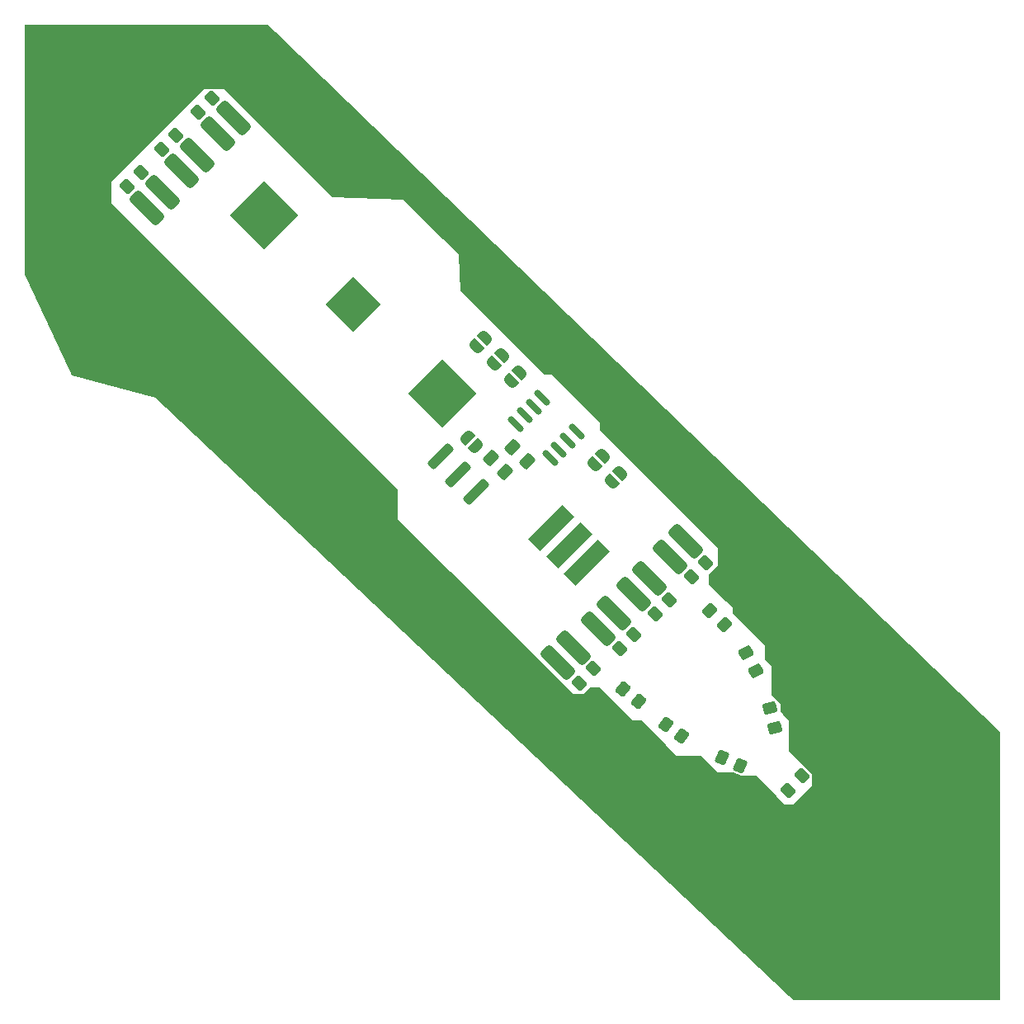
<source format=gbs>
G04 #@! TF.GenerationSoftware,KiCad,Pcbnew,8.0.3-8.0.3-0~ubuntu22.04.1*
G04 #@! TF.CreationDate,2024-06-25T00:34:48+02:00*
G04 #@! TF.ProjectId,ctfl-rakete-tht,6374666c-2d72-4616-9b65-74652d746874,Rev.A*
G04 #@! TF.SameCoordinates,Original*
G04 #@! TF.FileFunction,Soldermask,Bot*
G04 #@! TF.FilePolarity,Negative*
%FSLAX46Y46*%
G04 Gerber Fmt 4.6, Leading zero omitted, Abs format (unit mm)*
G04 Created by KiCad (PCBNEW 8.0.3-8.0.3-0~ubuntu22.04.1) date 2024-06-25 00:34:48*
%MOMM*%
%LPD*%
G01*
G04 APERTURE LIST*
G04 Aperture macros list*
%AMRoundRect*
0 Rectangle with rounded corners*
0 $1 Rounding radius*
0 $2 $3 $4 $5 $6 $7 $8 $9 X,Y pos of 4 corners*
0 Add a 4 corners polygon primitive as box body*
4,1,4,$2,$3,$4,$5,$6,$7,$8,$9,$2,$3,0*
0 Add four circle primitives for the rounded corners*
1,1,$1+$1,$2,$3*
1,1,$1+$1,$4,$5*
1,1,$1+$1,$6,$7*
1,1,$1+$1,$8,$9*
0 Add four rect primitives between the rounded corners*
20,1,$1+$1,$2,$3,$4,$5,0*
20,1,$1+$1,$4,$5,$6,$7,0*
20,1,$1+$1,$6,$7,$8,$9,0*
20,1,$1+$1,$8,$9,$2,$3,0*%
%AMRotRect*
0 Rectangle, with rotation*
0 The origin of the aperture is its center*
0 $1 length*
0 $2 width*
0 $3 Rotation angle, in degrees counterclockwise*
0 Add horizontal line*
21,1,$1,$2,0,0,$3*%
%AMFreePoly0*
4,1,19,0.499999,-0.750000,0.000000,-0.750000,0.000000,-0.744912,-0.071157,-0.744911,-0.207708,-0.704816,-0.327430,-0.627875,-0.420627,-0.520320,-0.479746,-0.390866,-0.500000,-0.250000,-0.500000,0.250000,-0.479746,0.390866,-0.420627,0.520320,-0.327430,0.627875,-0.207708,0.704816,-0.071157,0.744911,0.000000,0.744912,0.000000,0.750000,0.499999,0.750000,0.499999,-0.750000,0.499999,-0.750000,
$1*%
%AMFreePoly1*
4,1,19,0.000000,0.744912,0.071157,0.744911,0.207708,0.704816,0.327430,0.627875,0.420627,0.520320,0.479746,0.390866,0.500000,0.250000,0.500000,-0.250000,0.479746,-0.390866,0.420627,-0.520320,0.327430,-0.627875,0.207708,-0.704816,0.071157,-0.744911,0.000000,-0.744912,0.000000,-0.750000,-0.499999,-0.750000,-0.499999,0.750000,0.000000,0.750000,0.000000,0.744912,0.000000,0.744912,
$1*%
G04 Aperture macros list end*
%ADD10C,0.100000*%
%ADD11RotRect,5.000000X1.700000X45.000000*%
%ADD12RotRect,5.000000X5.000000X315.000000*%
%ADD13RotRect,4.000000X4.000000X315.000000*%
%ADD14RoundRect,0.250000X0.546382X0.097939X0.078811X0.549467X-0.546382X-0.097939X-0.078811X-0.549467X0*%
%ADD15FreePoly0,315.000000*%
%ADD16FreePoly1,315.000000*%
%ADD17FreePoly0,45.000000*%
%ADD18FreePoly1,45.000000*%
%ADD19RoundRect,0.250000X0.088388X-0.548008X0.548008X-0.088388X-0.088388X0.548008X-0.548008X0.088388X0*%
%ADD20RoundRect,0.250000X0.574524X0.097227X0.097227X0.574524X-0.574524X-0.097227X-0.097227X-0.574524X0*%
%ADD21RoundRect,0.250000X0.551142X-0.066087X0.236016X0.502416X-0.551142X0.066087X-0.236016X-0.502416X0*%
%ADD22RoundRect,0.375000X0.883883X-1.414214X1.414214X-0.883883X-0.883883X1.414214X-1.414214X0.883883X0*%
%ADD23RoundRect,0.375000X-0.883883X1.414214X-1.414214X0.883883X0.883883X-1.414214X1.414214X-0.883883X0*%
%ADD24RoundRect,0.250000X-0.088388X0.548008X-0.548008X0.088388X0.088388X-0.548008X0.548008X-0.088388X0*%
%ADD25RoundRect,0.375000X-1.026620X-1.314268X-0.346889X-1.631232X1.026620X1.314268X0.346889X1.631232X0*%
%ADD26RoundRect,0.375000X-1.631232X-0.346889X-1.314268X-1.026620X1.631232X0.346889X1.314268X1.026620X0*%
%ADD27RoundRect,0.250000X-0.538219X-0.135814X-0.040290X-0.553626X0.538219X0.135814X0.040290X0.553626X0*%
%ADD28RoundRect,0.250000X-0.530373X-0.163796X-0.011260X-0.554976X0.530373X0.163796X0.011260X0.554976X0*%
%ADD29RoundRect,0.200000X1.131371X0.707107X0.707107X1.131371X-1.131371X-0.707107X-0.707107X-1.131371X0*%
%ADD30RoundRect,0.150000X-0.689429X0.477297X0.477297X-0.689429X0.689429X-0.477297X-0.477297X0.689429X0*%
%ADD31RoundRect,0.250000X0.518783X-0.197457X0.350550X0.430394X-0.518783X0.197457X-0.350550X-0.430394X0*%
%ADD32RoundRect,0.250000X-0.479934X-0.278906X0.113871X-0.543285X0.479934X0.278906X-0.113871X0.543285X0*%
G04 APERTURE END LIST*
D10*
X124900000Y-50000000D02*
X200000000Y-122600000D01*
X200000000Y-150000000D01*
X178800000Y-150000000D01*
X113386634Y-88239156D01*
X104825000Y-85950000D01*
X100000000Y-75600000D01*
X100000000Y-66100000D01*
X108800000Y-66100000D01*
X108800000Y-68300000D01*
X138200000Y-97700000D01*
X138200000Y-100700000D01*
X156200000Y-118700000D01*
X157300000Y-118700000D01*
X158000000Y-118000000D01*
X158900000Y-118000000D01*
X162300000Y-121400000D01*
X163200000Y-121400000D01*
X166800000Y-125000000D01*
X169300000Y-125000000D01*
X171000000Y-126700000D01*
X172600000Y-126700000D01*
X173500000Y-127100000D01*
X175000000Y-127100000D01*
X177900000Y-130000000D01*
X178900000Y-130000000D01*
X180800000Y-128100000D01*
X180800000Y-126900000D01*
X178400000Y-124500000D01*
X178400000Y-121400000D01*
X177500000Y-120500000D01*
X177500000Y-119700000D01*
X176600000Y-118800000D01*
X176600000Y-115800000D01*
X175900000Y-115100000D01*
X175900000Y-113700000D01*
X172600000Y-110400000D01*
X172600000Y-109800000D01*
X170200000Y-107400000D01*
X170200000Y-106400000D01*
X171100000Y-105500000D01*
X171100000Y-103700000D01*
X159005000Y-91605000D01*
X159000000Y-90800000D01*
X154000000Y-85800000D01*
X153200000Y-85800000D01*
X144700000Y-77300000D01*
X144500000Y-73600000D01*
X138800000Y-67900000D01*
X131500000Y-67600000D01*
X120400000Y-56500000D01*
X118400000Y-56500000D01*
X108800000Y-66100000D01*
X100000000Y-66100000D01*
X100000000Y-50000000D01*
X124900000Y-50000000D01*
G36*
X124900000Y-50000000D02*
G01*
X200000000Y-122600000D01*
X200000000Y-150000000D01*
X178800000Y-150000000D01*
X113386634Y-88239156D01*
X104825000Y-85950000D01*
X100000000Y-75600000D01*
X100000000Y-66100000D01*
X108800000Y-66100000D01*
X108800000Y-68300000D01*
X138200000Y-97700000D01*
X138200000Y-100700000D01*
X156200000Y-118700000D01*
X157300000Y-118700000D01*
X158000000Y-118000000D01*
X158900000Y-118000000D01*
X162300000Y-121400000D01*
X163200000Y-121400000D01*
X166800000Y-125000000D01*
X169300000Y-125000000D01*
X171000000Y-126700000D01*
X172600000Y-126700000D01*
X173500000Y-127100000D01*
X175000000Y-127100000D01*
X177900000Y-130000000D01*
X178900000Y-130000000D01*
X180800000Y-128100000D01*
X180800000Y-126900000D01*
X178400000Y-124500000D01*
X178400000Y-121400000D01*
X177500000Y-120500000D01*
X177500000Y-119700000D01*
X176600000Y-118800000D01*
X176600000Y-115800000D01*
X175900000Y-115100000D01*
X175900000Y-113700000D01*
X172600000Y-110400000D01*
X172600000Y-109800000D01*
X170200000Y-107400000D01*
X170200000Y-106400000D01*
X171100000Y-105500000D01*
X171100000Y-103700000D01*
X159005000Y-91605000D01*
X159000000Y-90800000D01*
X154000000Y-85800000D01*
X153200000Y-85800000D01*
X144700000Y-77300000D01*
X144500000Y-73600000D01*
X138800000Y-67900000D01*
X131500000Y-67600000D01*
X120400000Y-56500000D01*
X118400000Y-56500000D01*
X108800000Y-66100000D01*
X100000000Y-66100000D01*
X100000000Y-50000000D01*
X124900000Y-50000000D01*
G37*
D11*
X157622226Y-105248664D03*
X155826175Y-103452613D03*
X154030124Y-101656561D03*
D12*
X124542967Y-69542967D03*
X142857033Y-87857033D03*
D13*
X133700000Y-78700000D03*
D14*
X171763669Y-111587824D03*
X170289023Y-110163774D03*
D15*
X145340381Y-92340381D03*
D16*
X146259619Y-93259619D03*
D17*
X158380762Y-95119238D03*
D18*
X159300000Y-94200000D03*
D19*
X178299417Y-128551130D03*
X179748985Y-127101562D03*
D20*
X149297263Y-95904334D03*
X147830017Y-94437088D03*
D21*
X175021341Y-116278255D03*
X174027481Y-114485285D03*
D22*
X166205971Y-104601935D03*
D19*
X168399417Y-106651130D03*
X169848985Y-105201562D03*
D22*
X167799790Y-103008116D03*
D23*
X117694029Y-63398065D03*
D24*
X115500583Y-61348870D03*
X114051015Y-62798438D03*
D23*
X116100210Y-64991884D03*
X114094029Y-67198065D03*
D24*
X111900583Y-65148870D03*
X110451015Y-66598438D03*
D23*
X112500210Y-68791884D03*
D20*
X151533623Y-94833623D03*
X150066377Y-93366377D03*
D25*
X104600000Y-61600000D03*
D26*
X113900000Y-52700000D03*
D22*
X154705971Y-115501935D03*
D19*
X156899417Y-117551130D03*
X158348985Y-116101562D03*
D22*
X156299790Y-113908116D03*
D17*
X160180762Y-96919238D03*
D18*
X161100000Y-96000000D03*
D27*
X161390393Y-118159373D03*
X162960785Y-119477087D03*
D17*
X148080762Y-84819238D03*
D18*
X149000000Y-83900000D03*
D28*
X165755053Y-121807341D03*
X167392255Y-123041061D03*
D29*
X146270925Y-97921177D03*
X144474874Y-96125126D03*
X142678823Y-94329075D03*
D17*
X149880762Y-86619238D03*
D18*
X150800000Y-85700000D03*
D30*
X150402872Y-90996949D03*
X151300898Y-90098924D03*
X152198924Y-89200898D03*
X153096949Y-88302872D03*
X156597128Y-91803051D03*
X155699102Y-92701076D03*
X154801076Y-93599102D03*
X153903051Y-94497128D03*
D23*
X160600000Y-129100000D03*
D31*
X176959611Y-122133012D03*
X176429031Y-120152864D03*
D23*
X121394029Y-59598065D03*
D24*
X119200583Y-57548870D03*
X117751015Y-58998438D03*
D23*
X119800210Y-61191884D03*
D22*
X158805971Y-112001935D03*
D19*
X160999417Y-114051130D03*
X162448985Y-112601562D03*
D22*
X160399790Y-110408116D03*
X162505971Y-108401935D03*
D19*
X164699417Y-110451130D03*
X166148985Y-109001562D03*
D22*
X164099790Y-106808116D03*
D17*
X146280762Y-83019238D03*
D18*
X147200000Y-82100000D03*
D32*
X171562099Y-125177416D03*
X173434867Y-126011226D03*
D23*
X180700000Y-109600000D03*
M02*

</source>
